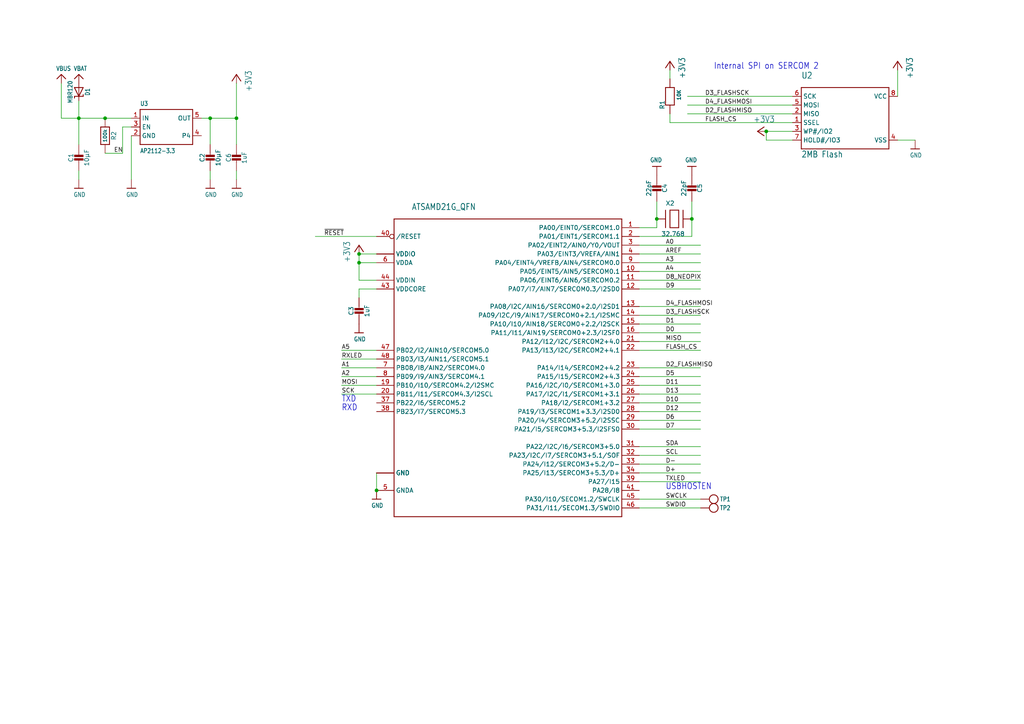
<source format=kicad_sch>
(kicad_sch (version 20230121) (generator eeschema)
  (paper "A4")
  (lib_symbols
    (symbol "Adafruit Feather M0 Express-eagle-import:+3V3" (power)
      (property "Value" "+3V3" (at -2.54 -5.08 90))
      (symbol "+3V3_1_0"
        (polyline (pts (xy 0 0) (xy -1.27 -1.905)) (stroke (width 0.254)))
        (polyline (pts (xy 1.27 -1.905) (xy 0 0)) (stroke (width 0.254)))
        (pin power_in line (at 0 -2.54 90) (length 2.54) (name "+3V3") (number "1"))
      )
    )
    (symbol "Adafruit Feather M0 Express-eagle-import:ATSAMD21G_QFN"
      (symbol "ATSAMD21G_QFN_1_0"
        (polyline (pts (xy -20.32 -48.26) (xy -20.32 38.1)) (stroke (width 0.254)))
        (polyline (pts (xy -20.32 38.1) (xy 45.72 38.1)) (stroke (width 0.254)))
        (polyline (pts (xy 45.72 -48.26) (xy -20.32 -48.26)) (stroke (width 0.254)))
        (polyline (pts (xy 45.72 38.1) (xy 45.72 -48.26)) (stroke (width 0.254)))
        (pin bidirectional line (at 50.8 35.56 180) (length 5.08) (name "PA00/EINT0/SERCOM1.0") (number "1"))
        (pin bidirectional line (at 50.8 22.86 180) (length 5.08) (name "PA05/EINT5/AIN5/SERCOM0.1") (number "10"))
        (pin bidirectional line (at 50.8 20.32 180) (length 5.08) (name "PA06/EINT6/AIN6/SERCOM0.2") (number "11"))
        (pin bidirectional line (at 50.8 17.78 180) (length 5.08) (name "PA07/I7/AIN7/SERCOM0.3/I2SD0") (number "12"))
        (pin bidirectional line (at 50.8 12.7 180) (length 5.08) (name "PA08/I2C/AIN16/SERCOM0+2.0/I2SD1") (number "13"))
        (pin bidirectional line (at 50.8 10.16 180) (length 5.08) (name "PA09/I2C/I9/AIN17/SERCOM0+2.1/I2SMC") (number "14"))
        (pin bidirectional line (at 50.8 7.62 180) (length 5.08) (name "PA10/I10/AIN18/SERCOM0+2.2/I2SCK") (number "15"))
        (pin bidirectional line (at 50.8 5.08 180) (length 5.08) (name "PA11/I11/AIN19/SERCOM0+2.3/I2SF0") (number "16"))
        (pin power_in line (at -25.4 27.94 0) (length 5.08) (name "VDDIO") (number "17"))
        (pin power_in line (at -25.4 -35.56 0) (length 5.08) (name "GND") (number "18"))
        (pin bidirectional line (at -25.4 -10.16 0) (length 5.08) (name "PB10/I10/SERCOM4.2/I2SMC") (number "19"))
        (pin bidirectional line (at 50.8 33.02 180) (length 5.08) (name "PA01/EINT1/SERCOM1.1") (number "2"))
        (pin bidirectional line (at -25.4 -12.7 0) (length 5.08) (name "PB11/I11/SERCOM4.3/I2SCL") (number "20"))
        (pin bidirectional line (at 50.8 2.54 180) (length 5.08) (name "PA12/I12/I2C/SERCOM2+4.0") (number "21"))
        (pin bidirectional line (at 50.8 0 180) (length 5.08) (name "PA13/I13/I2C/SERCOM2+4.1") (number "22"))
        (pin bidirectional line (at 50.8 -5.08 180) (length 5.08) (name "PA14/I14/SERCOM2+4.2") (number "23"))
        (pin bidirectional line (at 50.8 -7.62 180) (length 5.08) (name "PA15/I15/SERCOM2+4.3") (number "24"))
        (pin bidirectional line (at 50.8 -10.16 180) (length 5.08) (name "PA16/I2C/I0/SERCOM1+3.0") (number "25"))
        (pin bidirectional line (at 50.8 -12.7 180) (length 5.08) (name "PA17/I2C/I1/SERCOM1+3.1") (number "26"))
        (pin bidirectional line (at 50.8 -15.24 180) (length 5.08) (name "PA18/I2/SERCOM1+3.2") (number "27"))
        (pin bidirectional line (at 50.8 -17.78 180) (length 5.08) (name "PA19/I3/SERCOM1+3.3/I2SD0") (number "28"))
        (pin bidirectional line (at 50.8 -20.32 180) (length 5.08) (name "PA20/I4/SERCOM3+5.2/I2SSC") (number "29"))
        (pin bidirectional line (at 50.8 30.48 180) (length 5.08) (name "PA02/EINT2/AIN0/Y0/VOUT") (number "3"))
        (pin bidirectional line (at 50.8 -22.86 180) (length 5.08) (name "PA21/I5/SERCOM3+5.3/I2SFS0") (number "30"))
        (pin bidirectional line (at 50.8 -27.94 180) (length 5.08) (name "PA22/I2C/I6/SERCOM3+5.0") (number "31"))
        (pin bidirectional line (at 50.8 -30.48 180) (length 5.08) (name "PA23/I2C/I7/SERCOM3+5.1/SOF") (number "32"))
        (pin bidirectional line (at 50.8 -33.02 180) (length 5.08) (name "PA24/I12/SERCOM3+5.2/D-") (number "33"))
        (pin bidirectional line (at 50.8 -35.56 180) (length 5.08) (name "PA25/I13/SERCOM3+5.3/D+") (number "34"))
        (pin power_in line (at -25.4 -35.56 0) (length 5.08) (name "GND") (number "35"))
        (pin power_in line (at -25.4 27.94 0) (length 5.08) (name "VDDIO") (number "36"))
        (pin bidirectional line (at -25.4 -15.24 0) (length 5.08) (name "PB22/I6/SERCOM5.2") (number "37"))
        (pin bidirectional line (at -25.4 -17.78 0) (length 5.08) (name "PB23/I7/SERCOM5.3") (number "38"))
        (pin bidirectional line (at 50.8 -38.1 180) (length 5.08) (name "PA27/I15") (number "39"))
        (pin bidirectional line (at 50.8 27.94 180) (length 5.08) (name "PA03/EINT3/VREFA/AIN1") (number "4"))
        (pin bidirectional inverted (at -25.4 33.02 0) (length 5.08) (name "/RESET") (number "40"))
        (pin bidirectional line (at 50.8 -40.64 180) (length 5.08) (name "PA28/I8") (number "41"))
        (pin power_in line (at -25.4 -35.56 0) (length 5.08) (name "GND") (number "42"))
        (pin power_in line (at -25.4 17.78 0) (length 5.08) (name "VDDCORE") (number "43"))
        (pin power_in line (at -25.4 20.32 0) (length 5.08) (name "VDDIN") (number "44"))
        (pin bidirectional line (at 50.8 -43.18 180) (length 5.08) (name "PA30/I10/SECOM1.2/SWCLK") (number "45"))
        (pin bidirectional line (at 50.8 -45.72 180) (length 5.08) (name "PA31/I11/SECOM1.3/SWDIO") (number "46"))
        (pin bidirectional line (at -25.4 0 0) (length 5.08) (name "PB02/I2/AIN10/SERCOM5.0") (number "47"))
        (pin bidirectional line (at -25.4 -2.54 0) (length 5.08) (name "PB03/I3/AIN11/SERCOM5.1") (number "48"))
        (pin power_in line (at -25.4 -40.64 0) (length 5.08) (name "GNDA") (number "5"))
        (pin power_in line (at -25.4 25.4 0) (length 5.08) (name "VDDA") (number "6"))
        (pin bidirectional line (at -25.4 -5.08 0) (length 5.08) (name "PB08/I8/AIN2/SERCOM4.0") (number "7"))
        (pin bidirectional line (at -25.4 -7.62 0) (length 5.08) (name "PB09/I9/AIN3/SERCOM4.1") (number "8"))
        (pin bidirectional line (at 50.8 25.4 180) (length 5.08) (name "PA04/EINT4/VREFB/AIN4/SERCOM0.0") (number "9"))
        (pin power_in line (at -25.4 -35.56 0) (length 5.08) (name "GND") (number "THERMAL"))
      )
    )
    (symbol "Adafruit Feather M0 Express-eagle-import:CAP_CERAMIC0603_NO"
      (property "Reference" "C" (at -2.29 1.25 90))
      (symbol "CAP_CERAMIC0603_NO_1_0"
        (rectangle (start -1.27 0.508) (end 1.27 1.016) (fill (type outline)))
        (rectangle (start -1.27 1.524) (end 1.27 2.032) (fill (type outline)))
        (polyline (pts (xy 0 0.762) (xy 0 0)) (stroke (width 0.1524)))
        (polyline (pts (xy 0 2.54) (xy 0 1.778)) (stroke (width 0.1524)))
        (pin passive line (at 0 5.08 270) (length 2.54) (name "1") (number "1"))
        (pin passive line (at 0 -2.54 90) (length 2.54) (name "2") (number "2"))
      )
    )
    (symbol "Adafruit Feather M0 Express-eagle-import:CAP_CERAMIC0805-NOOUTLINE"
      (property "Reference" "C" (at -2.29 1.25 90))
      (symbol "CAP_CERAMIC0805-NOOUTLINE_1_0"
        (rectangle (start -1.27 0.508) (end 1.27 1.016) (fill (type outline)))
        (rectangle (start -1.27 1.524) (end 1.27 2.032) (fill (type outline)))
        (polyline (pts (xy 0 0.762) (xy 0 0)) (stroke (width 0.1524)))
        (polyline (pts (xy 0 2.54) (xy 0 1.778)) (stroke (width 0.1524)))
        (pin passive line (at 0 5.08 270) (length 2.54) (name "1") (number "1"))
        (pin passive line (at 0 -2.54 90) (length 2.54) (name "2") (number "2"))
      )
    )
    (symbol "Adafruit Feather M0 Express-eagle-import:DIODE-SCHOTTKYSOD-123"
      (property "Reference" "D" (at 0 2.54 0))
      (symbol "DIODE-SCHOTTKYSOD-123_1_0"
        (polyline (pts (xy -1.27 -1.27) (xy 1.27 0)) (stroke (width 0.254)))
        (polyline (pts (xy -1.27 1.27) (xy -1.27 -1.27)) (stroke (width 0.254)))
        (polyline (pts (xy 1.27 -1.27) (xy 1.778 -1.27)) (stroke (width 0.254)))
        (polyline (pts (xy 1.27 0) (xy -1.27 1.27)) (stroke (width 0.254)))
        (polyline (pts (xy 1.27 0) (xy 1.27 -1.27)) (stroke (width 0.254)))
        (polyline (pts (xy 1.27 1.27) (xy 0.762 1.27)) (stroke (width 0.254)))
        (polyline (pts (xy 1.27 1.27) (xy 1.27 0)) (stroke (width 0.254)))
        (pin passive line (at -2.54 0 0) (length 2.54) (name "A") (number "A"))
        (pin passive line (at 2.54 0 180) (length 2.54) (name "C") (number "C"))
      )
    )
    (symbol "Adafruit Feather M0 Express-eagle-import:GND" (power)
      (property "Value" "GND" (at -1.524 -2.54 0))
      (symbol "GND_1_0"
        (polyline (pts (xy -1.27 0) (xy 1.27 0)) (stroke (width 0.254)))
        (pin power_in line (at 0 2.54 270) (length 2.54) (name "GND") (number "1"))
      )
    )
    (symbol "Adafruit Feather M0 Express-eagle-import:RESISTOR_0603_NOOUT"
      (property "Reference" "R" (at 0 2.54 0))
      (symbol "RESISTOR_0603_NOOUT_1_0"
        (polyline (pts (xy -2.54 -1.27) (xy -2.54 1.27)) (stroke (width 0.254)))
        (polyline (pts (xy -2.54 1.27) (xy 2.54 1.27)) (stroke (width 0.254)))
        (polyline (pts (xy 2.54 -1.27) (xy -2.54 -1.27)) (stroke (width 0.254)))
        (polyline (pts (xy 2.54 1.27) (xy 2.54 -1.27)) (stroke (width 0.254)))
        (pin passive line (at -5.08 0 0) (length 2.54) (name "1") (number "1"))
        (pin passive line (at 5.08 0 180) (length 2.54) (name "2") (number "2"))
      )
    )
    (symbol "Adafruit Feather M0 Express-eagle-import:SPIFLASH_SOIC8208MIL"
      (property "Reference" "U" (at -12.7 12.7 0))
      (symbol "SPIFLASH_SOIC8208MIL_1_0"
        (polyline (pts (xy -12.7 -7.62) (xy -12.7 10.16)) (stroke (width 0.254)))
        (polyline (pts (xy -12.7 10.16) (xy 12.7 10.16)) (stroke (width 0.254)))
        (polyline (pts (xy 12.7 -7.62) (xy -12.7 -7.62)) (stroke (width 0.254)))
        (polyline (pts (xy 12.7 10.16) (xy 12.7 -7.62)) (stroke (width 0.254)))
        (pin bidirectional line (at -15.24 0 0) (length 2.54) (name "SSEL") (number "1"))
        (pin bidirectional line (at -15.24 2.54 0) (length 2.54) (name "MISO") (number "2"))
        (pin bidirectional line (at -15.24 -2.54 0) (length 2.54) (name "WP#/IO2") (number "3"))
        (pin bidirectional line (at 15.24 -5.08 180) (length 2.54) (name "VSS") (number "4"))
        (pin bidirectional line (at -15.24 5.08 0) (length 2.54) (name "MOSI") (number "5"))
        (pin bidirectional line (at -15.24 7.62 0) (length 2.54) (name "SCK") (number "6"))
        (pin bidirectional line (at -15.24 -5.08 0) (length 2.54) (name "HOLD#/IO3") (number "7"))
        (pin bidirectional line (at 15.24 7.62 180) (length 2.54) (name "VCC") (number "8"))
      )
    )
    (symbol "Adafruit Feather M0 Express-eagle-import:TESTPOINTROUND1.5MM"
      (property "Reference" "TP" (at 0 5.588 90))
      (symbol "TESTPOINTROUND1.5MM_1_0"
        (circle (center 0 3.81) (radius 1.27) (stroke (width 0.254)))
        (pin bidirectional line (at 0 0 90) (length 2.54) (name "P$1") (number "P$1"))
      )
    )
    (symbol "Adafruit Feather M0 Express-eagle-import:VBAT" (power)
      (property "Value" "VBAT" (at -1.524 1.016 0))
      (symbol "VBAT_1_0"
        (polyline (pts (xy -1.27 -1.27) (xy 0 0)) (stroke (width 0.254)))
        (polyline (pts (xy 0 0) (xy 1.27 -1.27)) (stroke (width 0.254)))
        (pin power_in line (at 0 -2.54 90) (length 2.54) (name "VBAT") (number "1"))
      )
    )
    (symbol "Adafruit Feather M0 Express-eagle-import:VBUS" (power)
      (property "Value" "VBUS" (at -1.524 1.016 0))
      (symbol "VBUS_1_0"
        (polyline (pts (xy -1.27 -1.27) (xy 0 0)) (stroke (width 0.254)))
        (polyline (pts (xy 0 0) (xy 1.27 -1.27)) (stroke (width 0.254)))
        (pin power_in line (at 0 -2.54 90) (length 2.54) (name "VBUS") (number "1"))
      )
    )
    (symbol "Adafruit Feather M0 Express-eagle-import:VREG_SOT23-5"
      (property "Reference" "U" (at -7.62 6.096 0))
      (symbol "VREG_SOT23-5_1_0"
        (polyline (pts (xy -7.62 -5.08) (xy -7.62 5.08)) (stroke (width 0.254)))
        (polyline (pts (xy -7.62 5.08) (xy 7.62 5.08)) (stroke (width 0.254)))
        (polyline (pts (xy 7.62 -5.08) (xy -7.62 -5.08)) (stroke (width 0.254)))
        (polyline (pts (xy 7.62 5.08) (xy 7.62 -5.08)) (stroke (width 0.254)))
        (pin power_in line (at -10.16 2.54 0) (length 2.54) (name "IN") (number "1"))
        (pin power_in line (at -10.16 -2.54 0) (length 2.54) (name "GND") (number "2"))
        (pin input line (at -10.16 0 0) (length 2.54) (name "EN") (number "3"))
        (pin bidirectional line (at 10.16 -2.54 180) (length 2.54) (name "P4") (number "4"))
        (pin power_in line (at 10.16 2.54 180) (length 2.54) (name "OUT") (number "5"))
      )
    )
    (symbol "Adafruit Feather M0 Express-eagle-import:XTAL-3.2X1.5"
      (property "Reference" "X" (at -2.54 3.81 0))
      (symbol "XTAL-3.2X1.5_1_0"
        (polyline (pts (xy -2.54 2.54) (xy -2.54 -2.54)) (stroke (width 0.254)))
        (polyline (pts (xy -1.27 -2.54) (xy 1.27 -2.54)) (stroke (width 0.254)))
        (polyline (pts (xy -1.27 2.54) (xy -1.27 -2.54)) (stroke (width 0.254)))
        (polyline (pts (xy 1.27 -2.54) (xy 1.27 2.54)) (stroke (width 0.254)))
        (polyline (pts (xy 1.27 2.54) (xy -1.27 2.54)) (stroke (width 0.254)))
        (polyline (pts (xy 2.54 2.54) (xy 2.54 -2.54)) (stroke (width 0.254)))
        (pin bidirectional line (at -5.08 0 0) (length 2.54) (name "P$1") (number "P$1"))
        (pin bidirectional line (at 5.08 0 180) (length 2.54) (name "P$2") (number "P$2"))
      )
    )
  )
  (junction (at 30.48 34.29))
  (junction (at 60.96 34.29))
  (junction (at 68.58 34.29))
  (junction (at 104.14 76.2))
  (junction (at 200.66 63.5))
  (junction (at 222.25 38.1))
  (junction (at 104.14 73.66))
  (junction (at 22.86 34.29))
  (junction (at 109.22 142.24))
  (junction (at 190.5 63.5))
  (wire (pts (xy 60.96 34.29) (xy 68.58 34.29)) (stroke (width 0.1524)))
  (wire (pts (xy 185.42 114.3) (xy 203.2 114.3)) (stroke (width 0.1524)))
  (wire (pts (xy 203.2 88.9) (xy 185.42 88.9)) (stroke (width 0.1524)))
  (wire (pts (xy 199.39 30.48) (xy 229.87 30.48)) (stroke (width 0.1524)))
  (wire (pts (xy 109.22 83.82) (xy 104.14 83.82)) (stroke (width 0.1524)))
  (wire (pts (xy 185.42 121.92) (xy 203.2 121.92)) (stroke (width 0.1524)))
  (wire (pts (xy 229.87 33.02) (xy 199.39 33.02)) (stroke (width 0.1524)))
  (wire (pts (xy 200.66 63.5) (xy 200.66 58.42)) (stroke (width 0.1524)))
  (wire (pts (xy 185.42 111.76) (xy 203.2 111.76)) (stroke (width 0.1524)))
  (wire (pts (xy 203.2 96.52) (xy 185.42 96.52)) (stroke (width 0.1524)))
  (wire (pts (xy 17.78 24.13) (xy 17.78 34.29)) (stroke (width 0.1524)))
  (wire (pts (xy 185.42 106.68) (xy 203.2 106.68)) (stroke (width 0.1524)))
  (wire (pts (xy 99.06 109.22) (xy 109.22 109.22)) (stroke (width 0.1524)))
  (wire (pts (xy 38.1 34.29) (xy 30.48 34.29)) (stroke (width 0.1524)))
  (wire (pts (xy 104.14 83.82) (xy 104.14 86.36)) (stroke (width 0.1524)))
  (wire (pts (xy 68.58 49.53) (xy 68.58 52.07)) (stroke (width 0.1524)))
  (wire (pts (xy 190.5 58.42) (xy 190.5 63.5)) (stroke (width 0.1524)))
  (wire (pts (xy 203.2 109.22) (xy 185.42 109.22)) (stroke (width 0.1524)))
  (wire (pts (xy 185.42 76.2) (xy 203.2 76.2)) (stroke (width 0.1524)))
  (wire (pts (xy 58.42 34.29) (xy 60.96 34.29)) (stroke (width 0.1524)))
  (wire (pts (xy 17.78 34.29) (xy 22.86 34.29)) (stroke (width 0.1524)))
  (wire (pts (xy 109.22 73.66) (xy 104.14 73.66)) (stroke (width 0.1524)))
  (wire (pts (xy 229.87 27.94) (xy 199.39 27.94)) (stroke (width 0.1524)))
  (wire (pts (xy 185.42 101.6) (xy 203.2 101.6)) (stroke (width 0.1524)))
  (wire (pts (xy 60.96 41.91) (xy 60.96 34.29)) (stroke (width 0.1524)))
  (wire (pts (xy 68.58 34.29) (xy 68.58 24.13)) (stroke (width 0.1524)))
  (wire (pts (xy 185.42 91.44) (xy 203.2 91.44)) (stroke (width 0.1524)))
  (wire (pts (xy 190.5 66.04) (xy 190.5 63.5)) (stroke (width 0.1524)))
  (wire (pts (xy 185.42 81.28) (xy 203.2 81.28)) (stroke (width 0.1524)))
  (wire (pts (xy 203.2 147.32) (xy 185.42 147.32)) (stroke (width 0.1524)))
  (wire (pts (xy 203.2 137.16) (xy 185.42 137.16)) (stroke (width 0.1524)))
  (wire (pts (xy 35.56 44.45) (xy 35.56 36.83)) (stroke (width 0.1524)))
  (wire (pts (xy 68.58 34.29) (xy 68.58 41.91)) (stroke (width 0.1524)))
  (wire (pts (xy 185.42 134.62) (xy 203.2 134.62)) (stroke (width 0.1524)))
  (wire (pts (xy 265.43 40.64) (xy 260.35 40.64)) (stroke (width 0.1524)))
  (wire (pts (xy 194.31 35.56) (xy 229.87 35.56)) (stroke (width 0.1524)))
  (wire (pts (xy 99.06 114.3) (xy 109.22 114.3)) (stroke (width 0.1524)))
  (wire (pts (xy 260.35 20.32) (xy 260.35 27.94)) (stroke (width 0.1524)))
  (wire (pts (xy 222.25 38.1) (xy 222.25 40.64)) (stroke (width 0.1524)))
  (wire (pts (xy 194.31 20.32) (xy 194.31 22.86)) (stroke (width 0.1524)))
  (wire (pts (xy 229.87 38.1) (xy 222.25 38.1)) (stroke (width 0.1524)))
  (wire (pts (xy 185.42 124.46) (xy 203.2 124.46)) (stroke (width 0.1524)))
  (wire (pts (xy 194.31 33.02) (xy 194.31 35.56)) (stroke (width 0.1524)))
  (wire (pts (xy 185.42 139.7) (xy 203.2 139.7)) (stroke (width 0.1524)))
  (wire (pts (xy 104.14 81.28) (xy 104.14 76.2)) (stroke (width 0.1524)))
  (wire (pts (xy 185.42 68.58) (xy 200.66 68.58)) (stroke (width 0.1524)))
  (wire (pts (xy 109.22 81.28) (xy 104.14 81.28)) (stroke (width 0.1524)))
  (wire (pts (xy 200.66 68.58) (xy 200.66 63.5)) (stroke (width 0.1524)))
  (wire (pts (xy 185.42 66.04) (xy 190.5 66.04)) (stroke (width 0.1524)))
  (wire (pts (xy 22.86 49.53) (xy 22.86 52.07)) (stroke (width 0.1524)))
  (wire (pts (xy 222.25 40.64) (xy 229.87 40.64)) (stroke (width 0.1524)))
  (wire (pts (xy 109.22 104.14) (xy 99.06 104.14)) (stroke (width 0.1524)))
  (wire (pts (xy 185.42 129.54) (xy 203.2 129.54)) (stroke (width 0.1524)))
  (wire (pts (xy 185.42 83.82) (xy 203.2 83.82)) (stroke (width 0.1524)))
  (wire (pts (xy 185.42 144.78) (xy 203.2 144.78)) (stroke (width 0.1524)))
  (wire (pts (xy 60.96 49.53) (xy 60.96 52.07)) (stroke (width 0.1524)))
  (wire (pts (xy 109.22 76.2) (xy 104.14 76.2)) (stroke (width 0.1524)))
  (wire (pts (xy 203.2 116.84) (xy 185.42 116.84)) (stroke (width 0.1524)))
  (wire (pts (xy 109.22 68.58) (xy 91.44 68.58)) (stroke (width 0.1524)))
  (wire (pts (xy 22.86 29.21) (xy 22.86 34.29)) (stroke (width 0.1524)))
  (wire (pts (xy 185.42 132.08) (xy 203.2 132.08)) (stroke (width 0.1524)))
  (wire (pts (xy 185.42 119.38) (xy 203.2 119.38)) (stroke (width 0.1524)))
  (wire (pts (xy 185.42 99.06) (xy 203.2 99.06)) (stroke (width 0.1524)))
  (wire (pts (xy 30.48 44.45) (xy 35.56 44.45)) (stroke (width 0.1524)))
  (wire (pts (xy 109.22 106.68) (xy 99.06 106.68)) (stroke (width 0.1524)))
  (wire (pts (xy 185.42 71.12) (xy 203.2 71.12)) (stroke (width 0.1524)))
  (wire (pts (xy 22.86 34.29) (xy 22.86 41.91)) (stroke (width 0.1524)))
  (wire (pts (xy 185.42 93.98) (xy 203.2 93.98)) (stroke (width 0.1524)))
  (wire (pts (xy 109.22 101.6) (xy 99.06 101.6)) (stroke (width 0.1524)))
  (wire (pts (xy 185.42 73.66) (xy 203.2 73.66)) (stroke (width 0.1524)))
  (wire (pts (xy 38.1 39.37) (xy 38.1 52.07)) (stroke (width 0.1524)))
  (wire (pts (xy 109.22 111.76) (xy 99.06 111.76)) (stroke (width 0.1524)))
  (wire (pts (xy 109.22 137.16) (xy 109.22 142.24)) (stroke (width 0.1524)))
  (wire (pts (xy 203.2 78.74) (xy 185.42 78.74)) (stroke (width 0.1524)))
  (wire (pts (xy 30.48 34.29) (xy 22.86 34.29)) (stroke (width 0.1524)))
  (wire (pts (xy 35.56 36.83) (xy 38.1 36.83)) (stroke (width 0.1524)))
  (wire (pts (xy 104.14 76.2) (xy 104.14 73.66)) (stroke (width 0.1524)))
  (text "TXD" (at 99.06 116.84 0) (effects (font (size 1.778 1.5113)) (justify left bottom)))
  (text "RXD" (at 99.06 119.38 0) (effects (font (size 1.778 1.5113)) (justify left bottom)))
  (text "USBHOSTEN" (at 193.04 142.24 0) (effects (font (size 1.778 1.5113)) (justify left bottom)))
  (text "Internal SPI on SERCOM 2" (at 207.01 20.32 0) (effects (font (size 1.778 1.5113)) (justify left bottom)))
  (label "D13" (at 193.04 114.3 0) (effects (font (size 1.2446 1.2446))))
  (label "D11" (at 193.04 111.76 0) (effects (font (size 1.2446 1.2446))))
  (label "D9" (at 193.04 83.82 0) (effects (font (size 1.2446 1.2446))))
  (label "D1" (at 193.04 93.98 0) (effects (font (size 1.2446 1.2446))))
  (label "FLASH_CS" (at 193.04 101.6 0) (effects (font (size 1.2446 1.2446))))
  (label "D4_FLASHMOSI" (at 193.04 88.9 0) (effects (font (size 1.2446 1.2446))))
  (label "SCK" (at 99.06 114.3 0) (effects (font (size 1.2446 1.2446))))
  (label "D0" (at 193.04 96.52 0) (effects (font (size 1.2446 1.2446))))
  (label "D4_FLASHMOSI" (at 204.47 30.48 0) (effects (font (size 1.2446 1.2446))))
  (label "MOSI" (at 99.06 111.76 0) (effects (font (size 1.2446 1.2446))))
  (label "D8_NEOPIX" (at 193.04 81.28 0) (effects (font (size 1.2446 1.2446))))
  (label "RXLED" (at 99.06 104.14 0) (effects (font (size 1.2446 1.2446))))
  (label "A1" (at 99.06 106.68 0) (effects (font (size 1.2446 1.2446))))
  (label "~{RESET}" (at 93.98 68.58 0) (effects (font (size 1.2446 1.2446))))
  (label "D5" (at 193.04 109.22 0) (effects (font (size 1.2446 1.2446))))
  (label "D12" (at 193.04 119.38 0) (effects (font (size 1.2446 1.2446))))
  (label "A0" (at 193.04 71.12 0) (effects (font (size 1.2446 1.2446))))
  (label "D+" (at 193.04 137.16 0) (effects (font (size 1.2446 1.2446))))
  (label "D-" (at 193.04 134.62 0) (effects (font (size 1.2446 1.2446))))
  (label "AREF" (at 193.04 73.66 0) (effects (font (size 1.2446 1.2446))))
  (label "FLASH_CS" (at 204.47 35.56 0) (effects (font (size 1.2446 1.2446))))
  (label "SDA" (at 193.04 129.54 0) (effects (font (size 1.2446 1.2446))))
  (label "TXLED" (at 193.04 139.7 0) (effects (font (size 1.2446 1.2446))))
  (label "D3_FLASHSCK" (at 193.04 91.44 0) (effects (font (size 1.2446 1.2446))))
  (label "A2" (at 99.06 109.22 0) (effects (font (size 1.2446 1.2446))))
  (label "D2_FLASHMISO" (at 193.04 106.68 0) (effects (font (size 1.2446 1.2446))))
  (label "D2_FLASHMISO" (at 204.47 33.02 0) (effects (font (size 1.2446 1.2446))))
  (label "A4" (at 193.04 78.74 0) (effects (font (size 1.2446 1.2446))))
  (label "SCL" (at 193.04 132.08 0) (effects (font (size 1.2446 1.2446))))
  (label "D3_FLASHSCK" (at 204.47 27.94 0) (effects (font (size 1.2446 1.2446))))
  (label "D7" (at 193.04 124.46 0) (effects (font (size 1.2446 1.2446))))
  (label "D6" (at 193.04 121.92 0) (effects (font (size 1.2446 1.2446))))
  (label "A5" (at 99.06 101.6 0) (effects (font (size 1.2446 1.2446))))
  (label "A3" (at 193.04 76.2 0) (effects (font (size 1.2446 1.2446))))
  (label "D10" (at 193.04 116.84 0) (effects (font (size 1.2446 1.2446))))
  (label "SWCLK" (at 193.04 144.78 0) (effects (font (size 1.2446 1.2446))))
  (label "EN" (at 33.02 44.45 0) (effects (font (size 1.2446 1.2446))))
  (label "SWDIO" (at 193.04 147.32 0) (effects (font (size 1.2446 1.2446))))
  (label "MISO" (at 193.04 99.06 0) (effects (font (size 1.2446 1.2446))))
  (symbol (lib_id "Adafruit Feather M0 Express-eagle-import:VREG_SOT23-5") (at 48.26 36.83 0) (unit 1)
    (property "Reference" "U3" (at 40.64 30.734 0) (effects (font (size 1.27 1.0795)) (justify left bottom)))
    (property "Value" "AP2112-3.3" (at 40.64 44.45 0) (effects (font (size 1.27 1.0795)) (justify left bottom)))
    (property "Footprint" "Adafruit Feather M0 Express:SOT23-5" (effects hide))
  )
  (symbol (lib_id "Adafruit Feather M0 Express-eagle-import:GND") (at 68.58 54.61 0) (unit 1)
    (property "Reference" "#U$011" (effects hide))
    (property "Value" "GND" (at 67.056 57.15 0) (effects (font (size 1.27 1.0795)) (justify left bottom)))
  )
  (symbol (lib_id "Adafruit Feather M0 Express-eagle-import:GND") (at 104.14 96.52 0) (unit 1)
    (property "Reference" "#U$01" (effects hide))
    (property "Value" "GND" (at 102.616 99.06 0) (effects (font (size 1.27 1.0795)) (justify left bottom)))
  )
  (symbol (lib_id "Adafruit Feather M0 Express-eagle-import:GND") (at 265.43 43.18 0) (unit 1)
    (property "Reference" "#U$05" (effects hide))
    (property "Value" "GND" (at 263.906 45.72 0) (effects (font (size 1.27 1.0795)) (justify left bottom)))
  )
  (symbol (lib_id "Adafruit Feather M0 Express-eagle-import:XTAL-3.2X1.5") (at 195.58 63.5 0) (unit 1)
    (property "Reference" "X2" (at 193.04 59.69 0) (effects (justify left bottom)))
    (property "Value" "32.768" (at 191.77 68.58 0) (effects (justify left bottom)))
    (property "Footprint" "Adafruit Feather M0 Express:XTAL3215" (effects hide))
  )
  (symbol (lib_id "Adafruit Feather M0 Express-eagle-import:CAP_CERAMIC0603_NO") (at 68.58 46.99 0) (unit 1)
    (property "Reference" "C6" (at 66.29 45.74 90))
    (property "Value" "1uF" (at 70.88 45.74 90))
    (property "Footprint" "Adafruit Feather M0 Express:0603-NO" (effects hide))
  )
  (symbol (lib_id "Adafruit Feather M0 Express-eagle-import:RESISTOR_0603_NOOUT") (at 30.48 39.37 270) (unit 1)
    (property "Reference" "R2" (at 33.02 39.37 0))
    (property "Value" "100k" (at 30.48 39.37 0) (effects (font (size 1.016 1.016) bold)))
    (property "Footprint" "Adafruit Feather M0 Express:0603-NO" (effects hide))
  )
  (symbol (lib_id "Adafruit Feather M0 Express-eagle-import:CAP_CERAMIC0805-NOOUTLINE") (at 22.86 46.99 0) (unit 1)
    (property "Reference" "C1" (at 20.57 45.74 90))
    (property "Value" "10µF" (at 25.16 45.74 90))
    (property "Footprint" "Adafruit Feather M0 Express:0805-NO" (effects hide))
  )
  (symbol (lib_id "Adafruit Feather M0 Express-eagle-import:GND") (at 109.22 144.78 0) (unit 1)
    (property "Reference" "#U$02" (effects hide))
    (property "Value" "GND" (at 107.696 147.32 0) (effects (font (size 1.27 1.0795)) (justify left bottom)))
  )
  (symbol (lib_id "Adafruit Feather M0 Express-eagle-import:+3V3") (at 219.71 38.1 90) (mirror x) (unit 1)
    (property "Reference" "#+3V03" (effects hide))
    (property "Value" "+3V3" (at 224.79 35.56 90) (effects (font (size 1.778 1.5113)) (justify left bottom)))
  )
  (symbol (lib_id "Adafruit Feather M0 Express-eagle-import:CAP_CERAMIC0805-NOOUTLINE") (at 60.96 46.99 0) (unit 1)
    (property "Reference" "C2" (at 58.67 45.74 90))
    (property "Value" "10µF" (at 63.26 45.74 90))
    (property "Footprint" "Adafruit Feather M0 Express:0805-NO" (effects hide))
  )
  (symbol (lib_id "Adafruit Feather M0 Express-eagle-import:+3V3") (at 194.31 17.78 0) (mirror y) (unit 1)
    (property "Reference" "#+3V02" (effects hide))
    (property "Value" "+3V3" (at 196.85 22.86 90) (effects (font (size 1.778 1.5113)) (justify left bottom)))
  )
  (symbol (lib_id "Adafruit Feather M0 Express-eagle-import:VBAT") (at 22.86 21.59 0) (unit 1)
    (property "Reference" "#U$07" (effects hide))
    (property "Value" "VBAT" (at 21.336 20.574 0) (effects (font (size 1.27 1.0795)) (justify left bottom)))
  )
  (symbol (lib_id "Adafruit Feather M0 Express-eagle-import:SPIFLASH_SOIC8208MIL") (at 245.11 35.56 0) (unit 1)
    (property "Reference" "U2" (at 232.41 22.86 0) (effects (font (size 1.778 1.5113)) (justify left bottom)))
    (property "Value" "2MB Flash" (at 232.41 45.72 0) (effects (font (size 1.778 1.5113)) (justify left bottom)))
    (property "Footprint" "Adafruit Feather M0 Express:SOIC8_208MIL" (effects hide))
  )
  (symbol (lib_id "Adafruit Feather M0 Express-eagle-import:GND") (at 60.96 54.61 0) (unit 1)
    (property "Reference" "#U$010" (effects hide))
    (property "Value" "GND" (at 59.436 57.15 0) (effects (font (size 1.27 1.0795)) (justify left bottom)))
  )
  (symbol (lib_id "Adafruit Feather M0 Express-eagle-import:+3V3") (at 260.35 17.78 0) (mirror y) (unit 1)
    (property "Reference" "#+3V04" (effects hide))
    (property "Value" "+3V3" (at 262.89 22.86 90) (effects (font (size 1.778 1.5113)) (justify left bottom)))
  )
  (symbol (lib_id "Adafruit Feather M0 Express-eagle-import:VBUS") (at 17.78 21.59 0) (unit 1)
    (property "Reference" "#U$06" (effects hide))
    (property "Value" "VBUS" (at 16.256 20.574 0) (effects (font (size 1.27 1.0795)) (justify left bottom)))
  )
  (symbol (lib_id "Adafruit Feather M0 Express-eagle-import:GND") (at 190.5 48.26 180) (unit 1)
    (property "Reference" "#U$03" (effects hide))
    (property "Value" "GND" (at 192.024 45.72 0) (effects (font (size 1.27 1.0795)) (justify left bottom)))
  )
  (symbol (lib_id "Adafruit Feather M0 Express-eagle-import:GND") (at 38.1 54.61 0) (unit 1)
    (property "Reference" "#U$09" (effects hide))
    (property "Value" "GND" (at 36.576 57.15 0) (effects (font (size 1.27 1.0795)) (justify left bottom)))
  )
  (symbol (lib_id "Adafruit Feather M0 Express-eagle-import:GND") (at 22.86 54.61 0) (unit 1)
    (property "Reference" "#U$08" (effects hide))
    (property "Value" "GND" (at 21.336 57.15 0) (effects (font (size 1.27 1.0795)) (justify left bottom)))
  )
  (symbol (lib_id "Adafruit Feather M0 Express-eagle-import:CAP_CERAMIC0603_NO") (at 190.5 53.34 180) (unit 1)
    (property "Reference" "C4" (at 192.79 54.59 90))
    (property "Value" "22pF" (at 188.2 54.59 90))
    (property "Footprint" "Adafruit Feather M0 Express:0603-NO" (effects hide))
  )
  (symbol (lib_id "Adafruit Feather M0 Express-eagle-import:TESTPOINTROUND1.5MM") (at 203.2 147.32 270) (unit 1)
    (property "Reference" "TP2" (at 208.788 147.32 90) (effects (font (size 1.27 1.0795)) (justify left)))
    (property "Value" "TESTPOINTROUND1.5MM" (effects hide))
    (property "Footprint" "Adafruit Feather M0 Express:TESTPOINT_ROUND_1.5MM" (effects hide))
  )
  (symbol (lib_id "Adafruit Feather M0 Express-eagle-import:CAP_CERAMIC0603_NO") (at 200.66 53.34 180) (unit 1)
    (property "Reference" "C5" (at 202.95 54.59 90))
    (property "Value" "22pF" (at 198.36 54.59 90))
    (property "Footprint" "Adafruit Feather M0 Express:0603-NO" (effects hide))
  )
  (symbol (lib_id "Adafruit Feather M0 Express-eagle-import:ATSAMD21G_QFN") (at 134.62 101.6 0) (unit 1)
    (property "Reference" "U$1" (effects hide))
    (property "Value" "ATSAMD21G_QFN" (at 119.38 60.96 0) (effects (font (size 1.778 1.5113)) (justify left bottom)))
    (property "Footprint" "Adafruit Feather M0 Express:TQFN48_7MM" (effects hide))
  )
  (symbol (lib_id "Adafruit Feather M0 Express-eagle-import:+3V3") (at 68.58 21.59 0) (mirror y) (unit 1)
    (property "Reference" "#+3V05" (effects hide))
    (property "Value" "+3V3" (at 71.12 26.67 90) (effects (font (size 1.778 1.5113)) (justify left bottom)))
  )
  (symbol (lib_id "Adafruit Feather M0 Express-eagle-import:TESTPOINTROUND1.5MM") (at 203.2 144.78 270) (unit 1)
    (property "Reference" "TP1" (at 208.788 144.78 90) (effects (font (size 1.27 1.0795)) (justify left)))
    (property "Value" "TESTPOINTROUND1.5MM" (effects hide))
    (property "Footprint" "Adafruit Feather M0 Express:TESTPOINT_ROUND_1.5MM" (effects hide))
  )
  (symbol (lib_id "Adafruit Feather M0 Express-eagle-import:CAP_CERAMIC0603_NO") (at 104.14 91.44 0) (unit 1)
    (property "Reference" "C3" (at 101.85 90.19 90))
    (property "Value" "1uF" (at 106.44 90.19 90))
    (property "Footprint" "Adafruit Feather M0 Express:0603-NO" (effects hide))
  )
  (symbol (lib_id "Adafruit Feather M0 Express-eagle-import:GND") (at 200.66 48.26 180) (unit 1)
    (property "Reference" "#U$04" (effects hide))
    (property "Value" "GND" (at 202.184 45.72 0) (effects (font (size 1.27 1.0795)) (justify left bottom)))
  )
  (symbol (lib_id "Adafruit Feather M0 Express-eagle-import:+3V3") (at 104.14 71.12 0) (unit 1)
    (property "Reference" "#+3V01" (effects hide))
    (property "Value" "+3V3" (at 101.6 76.2 90) (effects (font (size 1.778 1.5113)) (justify left bottom)))
  )
  (symbol (lib_id "Adafruit Feather M0 Express-eagle-import:RESISTOR_0603_NOOUT") (at 194.31 27.94 90) (unit 1)
    (property "Reference" "R1" (at 192.8114 31.75 0) (effects (justify left bottom)))
    (property "Value" "10K" (at 197.612 29.21 0) (effects (font (size 1.016 1.016) bold) (justify left bottom)))
    (property "Footprint" "Adafruit Feather M0 Express:0603-NO" (effects hide))
  )
  (symbol (lib_id "Adafruit Feather M0 Express-eagle-import:DIODE-SCHOTTKYSOD-123") (at 22.86 26.67 270) (unit 1)
    (property "Reference" "D1" (at 25.4 26.67 0) (effects (font (size 1.27 1.0795))))
    (property "Value" "MBR120" (at 20.36 26.67 0) (effects (font (size 1.27 1.0795))))
    (property "Footprint" "Adafruit Feather M0 Express:SOD-123" (effects hide))
  )
)
</source>
